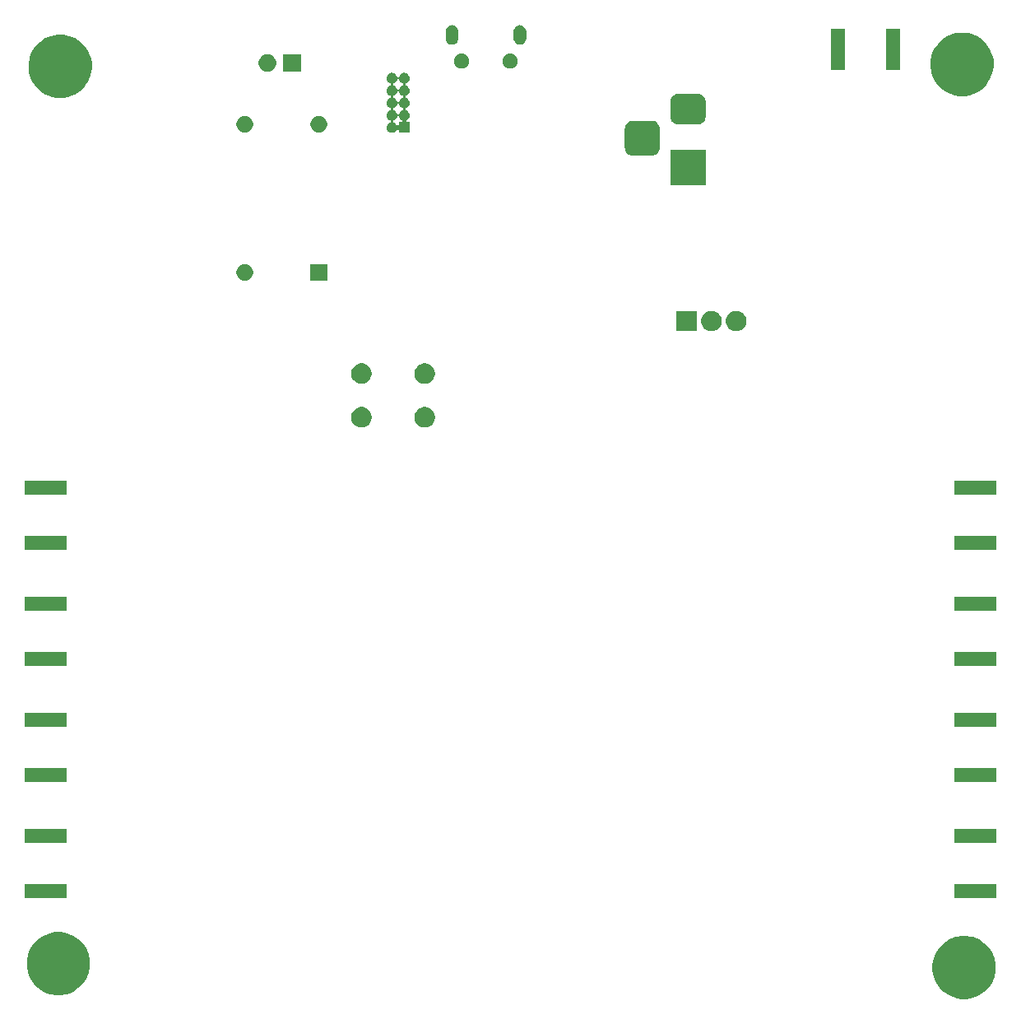
<source format=gbr>
G04 #@! TF.GenerationSoftware,KiCad,Pcbnew,5.1.5+dfsg1-2build2*
G04 #@! TF.CreationDate,2021-02-28T13:03:34-05:00*
G04 #@! TF.ProjectId,gpsdo,67707364-6f2e-46b6-9963-61645f706362,rev?*
G04 #@! TF.SameCoordinates,Original*
G04 #@! TF.FileFunction,Soldermask,Bot*
G04 #@! TF.FilePolarity,Negative*
%FSLAX46Y46*%
G04 Gerber Fmt 4.6, Leading zero omitted, Abs format (unit mm)*
G04 Created by KiCad (PCBNEW 5.1.5+dfsg1-2build2) date 2021-02-28 13:03:34*
%MOMM*%
%LPD*%
G04 APERTURE LIST*
%ADD10C,0.100000*%
G04 APERTURE END LIST*
D10*
G36*
X97234239Y-93311467D02*
G01*
X97548282Y-93373934D01*
X98139926Y-93619001D01*
X98672392Y-93974784D01*
X99125216Y-94427608D01*
X99480999Y-94960074D01*
X99726066Y-95551718D01*
X99851000Y-96179804D01*
X99851000Y-96820196D01*
X99726066Y-97448282D01*
X99480999Y-98039926D01*
X99125216Y-98572392D01*
X98672392Y-99025216D01*
X98139926Y-99380999D01*
X97548282Y-99626066D01*
X97234239Y-99688533D01*
X96920197Y-99751000D01*
X96279803Y-99751000D01*
X95965761Y-99688533D01*
X95651718Y-99626066D01*
X95060074Y-99380999D01*
X94527608Y-99025216D01*
X94074784Y-98572392D01*
X93719001Y-98039926D01*
X93473934Y-97448282D01*
X93349000Y-96820196D01*
X93349000Y-96179804D01*
X93473934Y-95551718D01*
X93719001Y-94960074D01*
X94074784Y-94427608D01*
X94527608Y-93974784D01*
X95060074Y-93619001D01*
X95651718Y-93373934D01*
X95965761Y-93311467D01*
X96279803Y-93249000D01*
X96920197Y-93249000D01*
X97234239Y-93311467D01*
G37*
G36*
X4034239Y-92911467D02*
G01*
X4348282Y-92973934D01*
X4939926Y-93219001D01*
X5472392Y-93574784D01*
X5925216Y-94027608D01*
X6280999Y-94560074D01*
X6526066Y-95151718D01*
X6651000Y-95779804D01*
X6651000Y-96420196D01*
X6526066Y-97048282D01*
X6280999Y-97639926D01*
X5925216Y-98172392D01*
X5472392Y-98625216D01*
X4939926Y-98980999D01*
X4348282Y-99226066D01*
X4034239Y-99288533D01*
X3720197Y-99351000D01*
X3079803Y-99351000D01*
X2765761Y-99288533D01*
X2451718Y-99226066D01*
X1860074Y-98980999D01*
X1327608Y-98625216D01*
X874784Y-98172392D01*
X519001Y-97639926D01*
X273934Y-97048282D01*
X149000Y-96420196D01*
X149000Y-95779804D01*
X273934Y-95151718D01*
X519001Y-94560074D01*
X874784Y-94027608D01*
X1327608Y-93574784D01*
X1860074Y-93219001D01*
X2451718Y-92973934D01*
X2765761Y-92911467D01*
X3079803Y-92849000D01*
X3720197Y-92849000D01*
X4034239Y-92911467D01*
G37*
G36*
X4251000Y-89351000D02*
G01*
X-51000Y-89351000D01*
X-51000Y-87899000D01*
X4251000Y-87899000D01*
X4251000Y-89351000D01*
G37*
G36*
X99951000Y-89351000D02*
G01*
X95649000Y-89351000D01*
X95649000Y-87899000D01*
X99951000Y-87899000D01*
X99951000Y-89351000D01*
G37*
G36*
X4251000Y-83701000D02*
G01*
X-51000Y-83701000D01*
X-51000Y-82249000D01*
X4251000Y-82249000D01*
X4251000Y-83701000D01*
G37*
G36*
X99951000Y-83701000D02*
G01*
X95649000Y-83701000D01*
X95649000Y-82249000D01*
X99951000Y-82249000D01*
X99951000Y-83701000D01*
G37*
G36*
X4251000Y-77417666D02*
G01*
X-51000Y-77417666D01*
X-51000Y-75965666D01*
X4251000Y-75965666D01*
X4251000Y-77417666D01*
G37*
G36*
X99951000Y-77417666D02*
G01*
X95649000Y-77417666D01*
X95649000Y-75965666D01*
X99951000Y-75965666D01*
X99951000Y-77417666D01*
G37*
G36*
X99951000Y-71767666D02*
G01*
X95649000Y-71767666D01*
X95649000Y-70315666D01*
X99951000Y-70315666D01*
X99951000Y-71767666D01*
G37*
G36*
X4251000Y-71767666D02*
G01*
X-51000Y-71767666D01*
X-51000Y-70315666D01*
X4251000Y-70315666D01*
X4251000Y-71767666D01*
G37*
G36*
X99951000Y-65484333D02*
G01*
X95649000Y-65484333D01*
X95649000Y-64032333D01*
X99951000Y-64032333D01*
X99951000Y-65484333D01*
G37*
G36*
X4251000Y-65484333D02*
G01*
X-51000Y-65484333D01*
X-51000Y-64032333D01*
X4251000Y-64032333D01*
X4251000Y-65484333D01*
G37*
G36*
X4251000Y-59834333D02*
G01*
X-51000Y-59834333D01*
X-51000Y-58382333D01*
X4251000Y-58382333D01*
X4251000Y-59834333D01*
G37*
G36*
X99951000Y-59834333D02*
G01*
X95649000Y-59834333D01*
X95649000Y-58382333D01*
X99951000Y-58382333D01*
X99951000Y-59834333D01*
G37*
G36*
X4251000Y-53551000D02*
G01*
X-51000Y-53551000D01*
X-51000Y-52099000D01*
X4251000Y-52099000D01*
X4251000Y-53551000D01*
G37*
G36*
X99951000Y-53551000D02*
G01*
X95649000Y-53551000D01*
X95649000Y-52099000D01*
X99951000Y-52099000D01*
X99951000Y-53551000D01*
G37*
G36*
X99951000Y-47901000D02*
G01*
X95649000Y-47901000D01*
X95649000Y-46449000D01*
X99951000Y-46449000D01*
X99951000Y-47901000D01*
G37*
G36*
X4251000Y-47901000D02*
G01*
X-51000Y-47901000D01*
X-51000Y-46449000D01*
X4251000Y-46449000D01*
X4251000Y-47901000D01*
G37*
G36*
X34906564Y-38889389D02*
G01*
X35097833Y-38968615D01*
X35097835Y-38968616D01*
X35269973Y-39083635D01*
X35416365Y-39230027D01*
X35531385Y-39402167D01*
X35610611Y-39593436D01*
X35651000Y-39796484D01*
X35651000Y-40003516D01*
X35610611Y-40206564D01*
X35531385Y-40397833D01*
X35531384Y-40397835D01*
X35416365Y-40569973D01*
X35269973Y-40716365D01*
X35097835Y-40831384D01*
X35097834Y-40831385D01*
X35097833Y-40831385D01*
X34906564Y-40910611D01*
X34703516Y-40951000D01*
X34496484Y-40951000D01*
X34293436Y-40910611D01*
X34102167Y-40831385D01*
X34102166Y-40831385D01*
X34102165Y-40831384D01*
X33930027Y-40716365D01*
X33783635Y-40569973D01*
X33668616Y-40397835D01*
X33668615Y-40397833D01*
X33589389Y-40206564D01*
X33549000Y-40003516D01*
X33549000Y-39796484D01*
X33589389Y-39593436D01*
X33668615Y-39402167D01*
X33783635Y-39230027D01*
X33930027Y-39083635D01*
X34102165Y-38968616D01*
X34102167Y-38968615D01*
X34293436Y-38889389D01*
X34496484Y-38849000D01*
X34703516Y-38849000D01*
X34906564Y-38889389D01*
G37*
G36*
X41406564Y-38889389D02*
G01*
X41597833Y-38968615D01*
X41597835Y-38968616D01*
X41769973Y-39083635D01*
X41916365Y-39230027D01*
X42031385Y-39402167D01*
X42110611Y-39593436D01*
X42151000Y-39796484D01*
X42151000Y-40003516D01*
X42110611Y-40206564D01*
X42031385Y-40397833D01*
X42031384Y-40397835D01*
X41916365Y-40569973D01*
X41769973Y-40716365D01*
X41597835Y-40831384D01*
X41597834Y-40831385D01*
X41597833Y-40831385D01*
X41406564Y-40910611D01*
X41203516Y-40951000D01*
X40996484Y-40951000D01*
X40793436Y-40910611D01*
X40602167Y-40831385D01*
X40602166Y-40831385D01*
X40602165Y-40831384D01*
X40430027Y-40716365D01*
X40283635Y-40569973D01*
X40168616Y-40397835D01*
X40168615Y-40397833D01*
X40089389Y-40206564D01*
X40049000Y-40003516D01*
X40049000Y-39796484D01*
X40089389Y-39593436D01*
X40168615Y-39402167D01*
X40283635Y-39230027D01*
X40430027Y-39083635D01*
X40602165Y-38968616D01*
X40602167Y-38968615D01*
X40793436Y-38889389D01*
X40996484Y-38849000D01*
X41203516Y-38849000D01*
X41406564Y-38889389D01*
G37*
G36*
X41406564Y-34389389D02*
G01*
X41597833Y-34468615D01*
X41597835Y-34468616D01*
X41769973Y-34583635D01*
X41916365Y-34730027D01*
X42031385Y-34902167D01*
X42110611Y-35093436D01*
X42151000Y-35296484D01*
X42151000Y-35503516D01*
X42110611Y-35706564D01*
X42031385Y-35897833D01*
X42031384Y-35897835D01*
X41916365Y-36069973D01*
X41769973Y-36216365D01*
X41597835Y-36331384D01*
X41597834Y-36331385D01*
X41597833Y-36331385D01*
X41406564Y-36410611D01*
X41203516Y-36451000D01*
X40996484Y-36451000D01*
X40793436Y-36410611D01*
X40602167Y-36331385D01*
X40602166Y-36331385D01*
X40602165Y-36331384D01*
X40430027Y-36216365D01*
X40283635Y-36069973D01*
X40168616Y-35897835D01*
X40168615Y-35897833D01*
X40089389Y-35706564D01*
X40049000Y-35503516D01*
X40049000Y-35296484D01*
X40089389Y-35093436D01*
X40168615Y-34902167D01*
X40283635Y-34730027D01*
X40430027Y-34583635D01*
X40602165Y-34468616D01*
X40602167Y-34468615D01*
X40793436Y-34389389D01*
X40996484Y-34349000D01*
X41203516Y-34349000D01*
X41406564Y-34389389D01*
G37*
G36*
X34906564Y-34389389D02*
G01*
X35097833Y-34468615D01*
X35097835Y-34468616D01*
X35269973Y-34583635D01*
X35416365Y-34730027D01*
X35531385Y-34902167D01*
X35610611Y-35093436D01*
X35651000Y-35296484D01*
X35651000Y-35503516D01*
X35610611Y-35706564D01*
X35531385Y-35897833D01*
X35531384Y-35897835D01*
X35416365Y-36069973D01*
X35269973Y-36216365D01*
X35097835Y-36331384D01*
X35097834Y-36331385D01*
X35097833Y-36331385D01*
X34906564Y-36410611D01*
X34703516Y-36451000D01*
X34496484Y-36451000D01*
X34293436Y-36410611D01*
X34102167Y-36331385D01*
X34102166Y-36331385D01*
X34102165Y-36331384D01*
X33930027Y-36216365D01*
X33783635Y-36069973D01*
X33668616Y-35897835D01*
X33668615Y-35897833D01*
X33589389Y-35706564D01*
X33549000Y-35503516D01*
X33549000Y-35296484D01*
X33589389Y-35093436D01*
X33668615Y-34902167D01*
X33783635Y-34730027D01*
X33930027Y-34583635D01*
X34102165Y-34468616D01*
X34102167Y-34468615D01*
X34293436Y-34389389D01*
X34496484Y-34349000D01*
X34703516Y-34349000D01*
X34906564Y-34389389D01*
G37*
G36*
X69111000Y-31051000D02*
G01*
X67009000Y-31051000D01*
X67009000Y-28949000D01*
X69111000Y-28949000D01*
X69111000Y-31051000D01*
G37*
G36*
X70906564Y-28989389D02*
G01*
X71097833Y-29068615D01*
X71097835Y-29068616D01*
X71269973Y-29183635D01*
X71416365Y-29330027D01*
X71531385Y-29502167D01*
X71610611Y-29693436D01*
X71651000Y-29896484D01*
X71651000Y-30103516D01*
X71610611Y-30306564D01*
X71531385Y-30497833D01*
X71531384Y-30497835D01*
X71416365Y-30669973D01*
X71269973Y-30816365D01*
X71097835Y-30931384D01*
X71097834Y-30931385D01*
X71097833Y-30931385D01*
X70906564Y-31010611D01*
X70703516Y-31051000D01*
X70496484Y-31051000D01*
X70293436Y-31010611D01*
X70102167Y-30931385D01*
X70102166Y-30931385D01*
X70102165Y-30931384D01*
X69930027Y-30816365D01*
X69783635Y-30669973D01*
X69668616Y-30497835D01*
X69668615Y-30497833D01*
X69589389Y-30306564D01*
X69549000Y-30103516D01*
X69549000Y-29896484D01*
X69589389Y-29693436D01*
X69668615Y-29502167D01*
X69783635Y-29330027D01*
X69930027Y-29183635D01*
X70102165Y-29068616D01*
X70102167Y-29068615D01*
X70293436Y-28989389D01*
X70496484Y-28949000D01*
X70703516Y-28949000D01*
X70906564Y-28989389D01*
G37*
G36*
X73446564Y-28989389D02*
G01*
X73637833Y-29068615D01*
X73637835Y-29068616D01*
X73809973Y-29183635D01*
X73956365Y-29330027D01*
X74071385Y-29502167D01*
X74150611Y-29693436D01*
X74191000Y-29896484D01*
X74191000Y-30103516D01*
X74150611Y-30306564D01*
X74071385Y-30497833D01*
X74071384Y-30497835D01*
X73956365Y-30669973D01*
X73809973Y-30816365D01*
X73637835Y-30931384D01*
X73637834Y-30931385D01*
X73637833Y-30931385D01*
X73446564Y-31010611D01*
X73243516Y-31051000D01*
X73036484Y-31051000D01*
X72833436Y-31010611D01*
X72642167Y-30931385D01*
X72642166Y-30931385D01*
X72642165Y-30931384D01*
X72470027Y-30816365D01*
X72323635Y-30669973D01*
X72208616Y-30497835D01*
X72208615Y-30497833D01*
X72129389Y-30306564D01*
X72089000Y-30103516D01*
X72089000Y-29896484D01*
X72129389Y-29693436D01*
X72208615Y-29502167D01*
X72323635Y-29330027D01*
X72470027Y-29183635D01*
X72642165Y-29068616D01*
X72642167Y-29068615D01*
X72833436Y-28989389D01*
X73036484Y-28949000D01*
X73243516Y-28949000D01*
X73446564Y-28989389D01*
G37*
G36*
X22828228Y-24181703D02*
G01*
X22983100Y-24245853D01*
X23122481Y-24338985D01*
X23241015Y-24457519D01*
X23334147Y-24596900D01*
X23398297Y-24751772D01*
X23431000Y-24916184D01*
X23431000Y-25083816D01*
X23398297Y-25248228D01*
X23334147Y-25403100D01*
X23241015Y-25542481D01*
X23122481Y-25661015D01*
X22983100Y-25754147D01*
X22828228Y-25818297D01*
X22663816Y-25851000D01*
X22496184Y-25851000D01*
X22331772Y-25818297D01*
X22176900Y-25754147D01*
X22037519Y-25661015D01*
X21918985Y-25542481D01*
X21825853Y-25403100D01*
X21761703Y-25248228D01*
X21729000Y-25083816D01*
X21729000Y-24916184D01*
X21761703Y-24751772D01*
X21825853Y-24596900D01*
X21918985Y-24457519D01*
X22037519Y-24338985D01*
X22176900Y-24245853D01*
X22331772Y-24181703D01*
X22496184Y-24149000D01*
X22663816Y-24149000D01*
X22828228Y-24181703D01*
G37*
G36*
X31051000Y-25851000D02*
G01*
X29349000Y-25851000D01*
X29349000Y-24149000D01*
X31051000Y-24149000D01*
X31051000Y-25851000D01*
G37*
G36*
X70001000Y-16001000D02*
G01*
X66399000Y-16001000D01*
X66399000Y-12399000D01*
X70001000Y-12399000D01*
X70001000Y-16001000D01*
G37*
G36*
X64626366Y-9415695D02*
G01*
X64783460Y-9463349D01*
X64928231Y-9540731D01*
X65055128Y-9644872D01*
X65159269Y-9771769D01*
X65236651Y-9916540D01*
X65284305Y-10073634D01*
X65301000Y-10243140D01*
X65301000Y-12156860D01*
X65284305Y-12326366D01*
X65236651Y-12483460D01*
X65159269Y-12628231D01*
X65055128Y-12755128D01*
X64928231Y-12859269D01*
X64783460Y-12936651D01*
X64626366Y-12984305D01*
X64456860Y-13001000D01*
X62543140Y-13001000D01*
X62373634Y-12984305D01*
X62216540Y-12936651D01*
X62071769Y-12859269D01*
X61944872Y-12755128D01*
X61840731Y-12628231D01*
X61763349Y-12483460D01*
X61715695Y-12326366D01*
X61699000Y-12156860D01*
X61699000Y-10243140D01*
X61715695Y-10073634D01*
X61763349Y-9916540D01*
X61840731Y-9771769D01*
X61944872Y-9644872D01*
X62071769Y-9540731D01*
X62216540Y-9463349D01*
X62373634Y-9415695D01*
X62543140Y-9399000D01*
X64456860Y-9399000D01*
X64626366Y-9415695D01*
G37*
G36*
X37890721Y-4490174D02*
G01*
X37990995Y-4531709D01*
X38015798Y-4548282D01*
X38081242Y-4592010D01*
X38157990Y-4668758D01*
X38157991Y-4668760D01*
X38218291Y-4759005D01*
X38249516Y-4834389D01*
X38261067Y-4856000D01*
X38276612Y-4874941D01*
X38295554Y-4890487D01*
X38317165Y-4902038D01*
X38340614Y-4909151D01*
X38365000Y-4911553D01*
X38389386Y-4909151D01*
X38412835Y-4902038D01*
X38434446Y-4890487D01*
X38453387Y-4874942D01*
X38468933Y-4856000D01*
X38480484Y-4834389D01*
X38511709Y-4759005D01*
X38572009Y-4668760D01*
X38572010Y-4668758D01*
X38648758Y-4592010D01*
X38714202Y-4548282D01*
X38739005Y-4531709D01*
X38839279Y-4490174D01*
X38945730Y-4469000D01*
X39054270Y-4469000D01*
X39160721Y-4490174D01*
X39260995Y-4531709D01*
X39285798Y-4548282D01*
X39351242Y-4592010D01*
X39427990Y-4668758D01*
X39427991Y-4668760D01*
X39488291Y-4759005D01*
X39529826Y-4859279D01*
X39551000Y-4965730D01*
X39551000Y-5074270D01*
X39529826Y-5180721D01*
X39488291Y-5280995D01*
X39488290Y-5280996D01*
X39427990Y-5371242D01*
X39351242Y-5447990D01*
X39305812Y-5478345D01*
X39260995Y-5508291D01*
X39185611Y-5539516D01*
X39164000Y-5551067D01*
X39145059Y-5566612D01*
X39129513Y-5585554D01*
X39117962Y-5607165D01*
X39110849Y-5630614D01*
X39108447Y-5655000D01*
X39110849Y-5679386D01*
X39117962Y-5702835D01*
X39129513Y-5724446D01*
X39145058Y-5743387D01*
X39164000Y-5758933D01*
X39185611Y-5770484D01*
X39260995Y-5801709D01*
X39260996Y-5801710D01*
X39351242Y-5862010D01*
X39427990Y-5938758D01*
X39427991Y-5938760D01*
X39488291Y-6029005D01*
X39529826Y-6129279D01*
X39551000Y-6235730D01*
X39551000Y-6344270D01*
X39529826Y-6450721D01*
X39488291Y-6550995D01*
X39488290Y-6550996D01*
X39427990Y-6641242D01*
X39351242Y-6717990D01*
X39339155Y-6726066D01*
X39260995Y-6778291D01*
X39185611Y-6809516D01*
X39164000Y-6821067D01*
X39145059Y-6836612D01*
X39129513Y-6855554D01*
X39117962Y-6877165D01*
X39110849Y-6900614D01*
X39108447Y-6925000D01*
X39110849Y-6949386D01*
X39117962Y-6972835D01*
X39129513Y-6994446D01*
X39145058Y-7013387D01*
X39164000Y-7028933D01*
X39185611Y-7040484D01*
X39260995Y-7071709D01*
X39260996Y-7071710D01*
X39351242Y-7132010D01*
X39427990Y-7208758D01*
X39427991Y-7208760D01*
X39488291Y-7299005D01*
X39529826Y-7399279D01*
X39551000Y-7505730D01*
X39551000Y-7614270D01*
X39529826Y-7720721D01*
X39488291Y-7820995D01*
X39488290Y-7820996D01*
X39427990Y-7911242D01*
X39351242Y-7987990D01*
X39305812Y-8018345D01*
X39260995Y-8048291D01*
X39185611Y-8079516D01*
X39164000Y-8091067D01*
X39145059Y-8106612D01*
X39129513Y-8125554D01*
X39117962Y-8147165D01*
X39110849Y-8170614D01*
X39108447Y-8195000D01*
X39110849Y-8219386D01*
X39117962Y-8242835D01*
X39129513Y-8264446D01*
X39145058Y-8283387D01*
X39164000Y-8298933D01*
X39185611Y-8310484D01*
X39260995Y-8341709D01*
X39260996Y-8341710D01*
X39351242Y-8402010D01*
X39427990Y-8478758D01*
X39427991Y-8478760D01*
X39488291Y-8569005D01*
X39529826Y-8669279D01*
X39551000Y-8775730D01*
X39551000Y-8884270D01*
X39529826Y-8990721D01*
X39488291Y-9090995D01*
X39488290Y-9090996D01*
X39427990Y-9181242D01*
X39351242Y-9257990D01*
X39329869Y-9272271D01*
X39258336Y-9320068D01*
X39239394Y-9335614D01*
X39223849Y-9354556D01*
X39212298Y-9376167D01*
X39205185Y-9399615D01*
X39202783Y-9424002D01*
X39205185Y-9448388D01*
X39212298Y-9471837D01*
X39223849Y-9493447D01*
X39239395Y-9512389D01*
X39258337Y-9527934D01*
X39279948Y-9539485D01*
X39303396Y-9546598D01*
X39327782Y-9549000D01*
X39551000Y-9549000D01*
X39551000Y-10651000D01*
X38449000Y-10651000D01*
X38449000Y-10427782D01*
X38446598Y-10403396D01*
X38439485Y-10379947D01*
X38427934Y-10358336D01*
X38412389Y-10339394D01*
X38393447Y-10323849D01*
X38371836Y-10312298D01*
X38348387Y-10305185D01*
X38324001Y-10302783D01*
X38299615Y-10305185D01*
X38276166Y-10312298D01*
X38254555Y-10323849D01*
X38235613Y-10339394D01*
X38220068Y-10358336D01*
X38178988Y-10419816D01*
X38157990Y-10451242D01*
X38081242Y-10527990D01*
X38035812Y-10558345D01*
X37990995Y-10588291D01*
X37890721Y-10629826D01*
X37784270Y-10651000D01*
X37675730Y-10651000D01*
X37569279Y-10629826D01*
X37469005Y-10588291D01*
X37424188Y-10558345D01*
X37378758Y-10527990D01*
X37302010Y-10451242D01*
X37270041Y-10403396D01*
X37241709Y-10360995D01*
X37200174Y-10260721D01*
X37179000Y-10154270D01*
X37179000Y-10045730D01*
X37200174Y-9939279D01*
X37241709Y-9839005D01*
X37302009Y-9748760D01*
X37302010Y-9748758D01*
X37378758Y-9672010D01*
X37441128Y-9630336D01*
X37469005Y-9611709D01*
X37544389Y-9580484D01*
X37566000Y-9568933D01*
X37584941Y-9553388D01*
X37600487Y-9534446D01*
X37612038Y-9512835D01*
X37619151Y-9489386D01*
X37621553Y-9465000D01*
X37838447Y-9465000D01*
X37840849Y-9489386D01*
X37847962Y-9512835D01*
X37859513Y-9534446D01*
X37875058Y-9553387D01*
X37894000Y-9568933D01*
X37915611Y-9580484D01*
X37990995Y-9611709D01*
X38018872Y-9630336D01*
X38081242Y-9672010D01*
X38157990Y-9748758D01*
X38157991Y-9748760D01*
X38220068Y-9841664D01*
X38235614Y-9860606D01*
X38254556Y-9876151D01*
X38276167Y-9887702D01*
X38299615Y-9894815D01*
X38324002Y-9897217D01*
X38348388Y-9894815D01*
X38371837Y-9887702D01*
X38393447Y-9876151D01*
X38412389Y-9860605D01*
X38427934Y-9841663D01*
X38439485Y-9820052D01*
X38446598Y-9796604D01*
X38449000Y-9772218D01*
X38449000Y-9549000D01*
X38672218Y-9549000D01*
X38696604Y-9546598D01*
X38720053Y-9539485D01*
X38741664Y-9527934D01*
X38760606Y-9512389D01*
X38776151Y-9493447D01*
X38787702Y-9471836D01*
X38794815Y-9448387D01*
X38797217Y-9424001D01*
X38794815Y-9399615D01*
X38787702Y-9376166D01*
X38776151Y-9354555D01*
X38760606Y-9335613D01*
X38741664Y-9320068D01*
X38670131Y-9272271D01*
X38648758Y-9257990D01*
X38572010Y-9181242D01*
X38511710Y-9090996D01*
X38511709Y-9090995D01*
X38480484Y-9015611D01*
X38468933Y-8994000D01*
X38453388Y-8975059D01*
X38434446Y-8959513D01*
X38412835Y-8947962D01*
X38389386Y-8940849D01*
X38365000Y-8938447D01*
X38340614Y-8940849D01*
X38317165Y-8947962D01*
X38295554Y-8959513D01*
X38276613Y-8975058D01*
X38261067Y-8994000D01*
X38249516Y-9015611D01*
X38218291Y-9090995D01*
X38218290Y-9090996D01*
X38157990Y-9181242D01*
X38081242Y-9257990D01*
X38059869Y-9272271D01*
X37990995Y-9318291D01*
X37915611Y-9349516D01*
X37894000Y-9361067D01*
X37875059Y-9376612D01*
X37859513Y-9395554D01*
X37847962Y-9417165D01*
X37840849Y-9440614D01*
X37838447Y-9465000D01*
X37621553Y-9465000D01*
X37619151Y-9440614D01*
X37612038Y-9417165D01*
X37600487Y-9395554D01*
X37584942Y-9376613D01*
X37566000Y-9361067D01*
X37544389Y-9349516D01*
X37469005Y-9318291D01*
X37400131Y-9272271D01*
X37378758Y-9257990D01*
X37302010Y-9181242D01*
X37241710Y-9090996D01*
X37241709Y-9090995D01*
X37200174Y-8990721D01*
X37179000Y-8884270D01*
X37179000Y-8775730D01*
X37200174Y-8669279D01*
X37241709Y-8569005D01*
X37302009Y-8478760D01*
X37302010Y-8478758D01*
X37378758Y-8402010D01*
X37469004Y-8341710D01*
X37469005Y-8341709D01*
X37544389Y-8310484D01*
X37566000Y-8298933D01*
X37584941Y-8283388D01*
X37600487Y-8264446D01*
X37612038Y-8242835D01*
X37619151Y-8219386D01*
X37621553Y-8195000D01*
X37838447Y-8195000D01*
X37840849Y-8219386D01*
X37847962Y-8242835D01*
X37859513Y-8264446D01*
X37875058Y-8283387D01*
X37894000Y-8298933D01*
X37915611Y-8310484D01*
X37990995Y-8341709D01*
X37990996Y-8341710D01*
X38081242Y-8402010D01*
X38157990Y-8478758D01*
X38157991Y-8478760D01*
X38218291Y-8569005D01*
X38249516Y-8644389D01*
X38261067Y-8666000D01*
X38276612Y-8684941D01*
X38295554Y-8700487D01*
X38317165Y-8712038D01*
X38340614Y-8719151D01*
X38365000Y-8721553D01*
X38389386Y-8719151D01*
X38412835Y-8712038D01*
X38434446Y-8700487D01*
X38453387Y-8684942D01*
X38468933Y-8666000D01*
X38480484Y-8644389D01*
X38511709Y-8569005D01*
X38572009Y-8478760D01*
X38572010Y-8478758D01*
X38648758Y-8402010D01*
X38739004Y-8341710D01*
X38739005Y-8341709D01*
X38814389Y-8310484D01*
X38836000Y-8298933D01*
X38854941Y-8283388D01*
X38870487Y-8264446D01*
X38882038Y-8242835D01*
X38889151Y-8219386D01*
X38891553Y-8195000D01*
X38889151Y-8170614D01*
X38882038Y-8147165D01*
X38870487Y-8125554D01*
X38854942Y-8106613D01*
X38836000Y-8091067D01*
X38814389Y-8079516D01*
X38739005Y-8048291D01*
X38694188Y-8018345D01*
X38648758Y-7987990D01*
X38572010Y-7911242D01*
X38511710Y-7820996D01*
X38511709Y-7820995D01*
X38480484Y-7745611D01*
X38468933Y-7724000D01*
X38453388Y-7705059D01*
X38434446Y-7689513D01*
X38412835Y-7677962D01*
X38389386Y-7670849D01*
X38365000Y-7668447D01*
X38340614Y-7670849D01*
X38317165Y-7677962D01*
X38295554Y-7689513D01*
X38276613Y-7705058D01*
X38261067Y-7724000D01*
X38249516Y-7745611D01*
X38218291Y-7820995D01*
X38218290Y-7820996D01*
X38157990Y-7911242D01*
X38081242Y-7987990D01*
X38035812Y-8018345D01*
X37990995Y-8048291D01*
X37915611Y-8079516D01*
X37894000Y-8091067D01*
X37875059Y-8106612D01*
X37859513Y-8125554D01*
X37847962Y-8147165D01*
X37840849Y-8170614D01*
X37838447Y-8195000D01*
X37621553Y-8195000D01*
X37619151Y-8170614D01*
X37612038Y-8147165D01*
X37600487Y-8125554D01*
X37584942Y-8106613D01*
X37566000Y-8091067D01*
X37544389Y-8079516D01*
X37469005Y-8048291D01*
X37424188Y-8018345D01*
X37378758Y-7987990D01*
X37302010Y-7911242D01*
X37241710Y-7820996D01*
X37241709Y-7820995D01*
X37200174Y-7720721D01*
X37179000Y-7614270D01*
X37179000Y-7505730D01*
X37200174Y-7399279D01*
X37241709Y-7299005D01*
X37302009Y-7208760D01*
X37302010Y-7208758D01*
X37378758Y-7132010D01*
X37469004Y-7071710D01*
X37469005Y-7071709D01*
X37544389Y-7040484D01*
X37566000Y-7028933D01*
X37584941Y-7013388D01*
X37600487Y-6994446D01*
X37612038Y-6972835D01*
X37619151Y-6949386D01*
X37621553Y-6925000D01*
X37838447Y-6925000D01*
X37840849Y-6949386D01*
X37847962Y-6972835D01*
X37859513Y-6994446D01*
X37875058Y-7013387D01*
X37894000Y-7028933D01*
X37915611Y-7040484D01*
X37990995Y-7071709D01*
X37990996Y-7071710D01*
X38081242Y-7132010D01*
X38157990Y-7208758D01*
X38157991Y-7208760D01*
X38218291Y-7299005D01*
X38249516Y-7374389D01*
X38261067Y-7396000D01*
X38276612Y-7414941D01*
X38295554Y-7430487D01*
X38317165Y-7442038D01*
X38340614Y-7449151D01*
X38365000Y-7451553D01*
X38389386Y-7449151D01*
X38412835Y-7442038D01*
X38434446Y-7430487D01*
X38453387Y-7414942D01*
X38468933Y-7396000D01*
X38480484Y-7374389D01*
X38511709Y-7299005D01*
X38572009Y-7208760D01*
X38572010Y-7208758D01*
X38648758Y-7132010D01*
X38739004Y-7071710D01*
X38739005Y-7071709D01*
X38814389Y-7040484D01*
X38836000Y-7028933D01*
X38854941Y-7013388D01*
X38870487Y-6994446D01*
X38882038Y-6972835D01*
X38889151Y-6949386D01*
X38891553Y-6925000D01*
X38889151Y-6900614D01*
X38882038Y-6877165D01*
X38870487Y-6855554D01*
X38854942Y-6836613D01*
X38836000Y-6821067D01*
X38814389Y-6809516D01*
X38739005Y-6778291D01*
X38660845Y-6726066D01*
X38648758Y-6717990D01*
X38572010Y-6641242D01*
X38511710Y-6550996D01*
X38511709Y-6550995D01*
X38480484Y-6475611D01*
X38468933Y-6454000D01*
X38453388Y-6435059D01*
X38434446Y-6419513D01*
X38412835Y-6407962D01*
X38389386Y-6400849D01*
X38365000Y-6398447D01*
X38340614Y-6400849D01*
X38317165Y-6407962D01*
X38295554Y-6419513D01*
X38276613Y-6435058D01*
X38261067Y-6454000D01*
X38249516Y-6475611D01*
X38218291Y-6550995D01*
X38218290Y-6550996D01*
X38157990Y-6641242D01*
X38081242Y-6717990D01*
X38069155Y-6726066D01*
X37990995Y-6778291D01*
X37915611Y-6809516D01*
X37894000Y-6821067D01*
X37875059Y-6836612D01*
X37859513Y-6855554D01*
X37847962Y-6877165D01*
X37840849Y-6900614D01*
X37838447Y-6925000D01*
X37621553Y-6925000D01*
X37619151Y-6900614D01*
X37612038Y-6877165D01*
X37600487Y-6855554D01*
X37584942Y-6836613D01*
X37566000Y-6821067D01*
X37544389Y-6809516D01*
X37469005Y-6778291D01*
X37390845Y-6726066D01*
X37378758Y-6717990D01*
X37302010Y-6641242D01*
X37241710Y-6550996D01*
X37241709Y-6550995D01*
X37200174Y-6450721D01*
X37179000Y-6344270D01*
X37179000Y-6235730D01*
X37200174Y-6129279D01*
X37241709Y-6029005D01*
X37302009Y-5938760D01*
X37302010Y-5938758D01*
X37378758Y-5862010D01*
X37469004Y-5801710D01*
X37469005Y-5801709D01*
X37544389Y-5770484D01*
X37566000Y-5758933D01*
X37584941Y-5743388D01*
X37600487Y-5724446D01*
X37612038Y-5702835D01*
X37619151Y-5679386D01*
X37621553Y-5655000D01*
X37838447Y-5655000D01*
X37840849Y-5679386D01*
X37847962Y-5702835D01*
X37859513Y-5724446D01*
X37875058Y-5743387D01*
X37894000Y-5758933D01*
X37915611Y-5770484D01*
X37990995Y-5801709D01*
X37990996Y-5801710D01*
X38081242Y-5862010D01*
X38157990Y-5938758D01*
X38157991Y-5938760D01*
X38218291Y-6029005D01*
X38249516Y-6104389D01*
X38261067Y-6126000D01*
X38276612Y-6144941D01*
X38295554Y-6160487D01*
X38317165Y-6172038D01*
X38340614Y-6179151D01*
X38365000Y-6181553D01*
X38389386Y-6179151D01*
X38412835Y-6172038D01*
X38434446Y-6160487D01*
X38453387Y-6144942D01*
X38468933Y-6126000D01*
X38480484Y-6104389D01*
X38511709Y-6029005D01*
X38572009Y-5938760D01*
X38572010Y-5938758D01*
X38648758Y-5862010D01*
X38739004Y-5801710D01*
X38739005Y-5801709D01*
X38814389Y-5770484D01*
X38836000Y-5758933D01*
X38854941Y-5743388D01*
X38870487Y-5724446D01*
X38882038Y-5702835D01*
X38889151Y-5679386D01*
X38891553Y-5655000D01*
X38889151Y-5630614D01*
X38882038Y-5607165D01*
X38870487Y-5585554D01*
X38854942Y-5566613D01*
X38836000Y-5551067D01*
X38814389Y-5539516D01*
X38739005Y-5508291D01*
X38694188Y-5478345D01*
X38648758Y-5447990D01*
X38572010Y-5371242D01*
X38511710Y-5280996D01*
X38511709Y-5280995D01*
X38480484Y-5205611D01*
X38468933Y-5184000D01*
X38453388Y-5165059D01*
X38434446Y-5149513D01*
X38412835Y-5137962D01*
X38389386Y-5130849D01*
X38365000Y-5128447D01*
X38340614Y-5130849D01*
X38317165Y-5137962D01*
X38295554Y-5149513D01*
X38276613Y-5165058D01*
X38261067Y-5184000D01*
X38249516Y-5205611D01*
X38218291Y-5280995D01*
X38218290Y-5280996D01*
X38157990Y-5371242D01*
X38081242Y-5447990D01*
X38035812Y-5478345D01*
X37990995Y-5508291D01*
X37915611Y-5539516D01*
X37894000Y-5551067D01*
X37875059Y-5566612D01*
X37859513Y-5585554D01*
X37847962Y-5607165D01*
X37840849Y-5630614D01*
X37838447Y-5655000D01*
X37621553Y-5655000D01*
X37619151Y-5630614D01*
X37612038Y-5607165D01*
X37600487Y-5585554D01*
X37584942Y-5566613D01*
X37566000Y-5551067D01*
X37544389Y-5539516D01*
X37469005Y-5508291D01*
X37424188Y-5478345D01*
X37378758Y-5447990D01*
X37302010Y-5371242D01*
X37241710Y-5280996D01*
X37241709Y-5280995D01*
X37200174Y-5180721D01*
X37179000Y-5074270D01*
X37179000Y-4965730D01*
X37200174Y-4859279D01*
X37241709Y-4759005D01*
X37302009Y-4668760D01*
X37302010Y-4668758D01*
X37378758Y-4592010D01*
X37444202Y-4548282D01*
X37469005Y-4531709D01*
X37569279Y-4490174D01*
X37675730Y-4469000D01*
X37784270Y-4469000D01*
X37890721Y-4490174D01*
G37*
G36*
X30448228Y-8941703D02*
G01*
X30603100Y-9005853D01*
X30742481Y-9098985D01*
X30861015Y-9217519D01*
X30954147Y-9356900D01*
X31018297Y-9511772D01*
X31051000Y-9676184D01*
X31051000Y-9843816D01*
X31018297Y-10008228D01*
X30954147Y-10163100D01*
X30861015Y-10302481D01*
X30742481Y-10421015D01*
X30603100Y-10514147D01*
X30448228Y-10578297D01*
X30283816Y-10611000D01*
X30116184Y-10611000D01*
X29951772Y-10578297D01*
X29796900Y-10514147D01*
X29657519Y-10421015D01*
X29538985Y-10302481D01*
X29445853Y-10163100D01*
X29381703Y-10008228D01*
X29349000Y-9843816D01*
X29349000Y-9676184D01*
X29381703Y-9511772D01*
X29445853Y-9356900D01*
X29538985Y-9217519D01*
X29657519Y-9098985D01*
X29796900Y-9005853D01*
X29951772Y-8941703D01*
X30116184Y-8909000D01*
X30283816Y-8909000D01*
X30448228Y-8941703D01*
G37*
G36*
X22828228Y-8941703D02*
G01*
X22983100Y-9005853D01*
X23122481Y-9098985D01*
X23241015Y-9217519D01*
X23334147Y-9356900D01*
X23398297Y-9511772D01*
X23431000Y-9676184D01*
X23431000Y-9843816D01*
X23398297Y-10008228D01*
X23334147Y-10163100D01*
X23241015Y-10302481D01*
X23122481Y-10421015D01*
X22983100Y-10514147D01*
X22828228Y-10578297D01*
X22663816Y-10611000D01*
X22496184Y-10611000D01*
X22331772Y-10578297D01*
X22176900Y-10514147D01*
X22037519Y-10421015D01*
X21918985Y-10302481D01*
X21825853Y-10163100D01*
X21761703Y-10008228D01*
X21729000Y-9843816D01*
X21729000Y-9676184D01*
X21761703Y-9511772D01*
X21825853Y-9356900D01*
X21918985Y-9217519D01*
X22037519Y-9098985D01*
X22176900Y-9005853D01*
X22331772Y-8941703D01*
X22496184Y-8909000D01*
X22663816Y-8909000D01*
X22828228Y-8941703D01*
G37*
G36*
X69426979Y-6663293D02*
G01*
X69560625Y-6703834D01*
X69683784Y-6769664D01*
X69791740Y-6858260D01*
X69880336Y-6966216D01*
X69946166Y-7089375D01*
X69986707Y-7223021D01*
X70001000Y-7368140D01*
X70001000Y-9031860D01*
X69986707Y-9176979D01*
X69946166Y-9310625D01*
X69880336Y-9433784D01*
X69791740Y-9541740D01*
X69683784Y-9630336D01*
X69560625Y-9696166D01*
X69426979Y-9736707D01*
X69281860Y-9751000D01*
X67118140Y-9751000D01*
X66973021Y-9736707D01*
X66839375Y-9696166D01*
X66716216Y-9630336D01*
X66608260Y-9541740D01*
X66519664Y-9433784D01*
X66453834Y-9310625D01*
X66413293Y-9176979D01*
X66399000Y-9031860D01*
X66399000Y-7368140D01*
X66413293Y-7223021D01*
X66453834Y-7089375D01*
X66519664Y-6966216D01*
X66608260Y-6858260D01*
X66716216Y-6769664D01*
X66839375Y-6703834D01*
X66973021Y-6663293D01*
X67118140Y-6649000D01*
X69281860Y-6649000D01*
X69426979Y-6663293D01*
G37*
G36*
X4234239Y-611467D02*
G01*
X4548282Y-673934D01*
X5139926Y-919001D01*
X5672392Y-1274784D01*
X6125216Y-1727608D01*
X6480999Y-2260074D01*
X6726066Y-2851718D01*
X6762752Y-3036149D01*
X6851000Y-3479803D01*
X6851000Y-4120197D01*
X6809988Y-4326376D01*
X6726066Y-4748282D01*
X6480999Y-5339926D01*
X6211414Y-5743388D01*
X6125217Y-5872391D01*
X5672391Y-6325217D01*
X5643876Y-6344270D01*
X5139926Y-6680999D01*
X4548282Y-6926066D01*
X4431044Y-6949386D01*
X3920197Y-7051000D01*
X3279803Y-7051000D01*
X2768956Y-6949386D01*
X2651718Y-6926066D01*
X2060074Y-6680999D01*
X1556124Y-6344270D01*
X1527609Y-6325217D01*
X1074783Y-5872391D01*
X988586Y-5743388D01*
X719001Y-5339926D01*
X473934Y-4748282D01*
X390012Y-4326376D01*
X349000Y-4120197D01*
X349000Y-3479803D01*
X437248Y-3036149D01*
X473934Y-2851718D01*
X719001Y-2260074D01*
X1074784Y-1727608D01*
X1527608Y-1274784D01*
X2060074Y-919001D01*
X2651718Y-673934D01*
X2965761Y-611467D01*
X3279803Y-549000D01*
X3920197Y-549000D01*
X4234239Y-611467D01*
G37*
G36*
X97034239Y-411467D02*
G01*
X97348282Y-473934D01*
X97939926Y-719001D01*
X98366477Y-1004014D01*
X98472391Y-1074783D01*
X98925217Y-1527609D01*
X98995986Y-1633523D01*
X99280999Y-2060074D01*
X99526066Y-2651718D01*
X99547634Y-2760147D01*
X99651000Y-3279803D01*
X99651000Y-3920197D01*
X99603329Y-4159853D01*
X99526066Y-4548282D01*
X99280999Y-5139926D01*
X99034865Y-5508291D01*
X98925217Y-5672391D01*
X98472391Y-6125217D01*
X98402318Y-6172038D01*
X97939926Y-6480999D01*
X97348282Y-6726066D01*
X97129100Y-6769664D01*
X96720197Y-6851000D01*
X96079803Y-6851000D01*
X95670900Y-6769664D01*
X95451718Y-6726066D01*
X94860074Y-6480999D01*
X94397682Y-6172038D01*
X94327609Y-6125217D01*
X93874783Y-5672391D01*
X93765135Y-5508291D01*
X93519001Y-5139926D01*
X93273934Y-4548282D01*
X93196671Y-4159853D01*
X93149000Y-3920197D01*
X93149000Y-3279803D01*
X93252366Y-2760147D01*
X93273934Y-2651718D01*
X93519001Y-2060074D01*
X93804014Y-1633523D01*
X93874783Y-1527609D01*
X94327609Y-1074783D01*
X94433523Y-1004014D01*
X94860074Y-719001D01*
X95451718Y-473934D01*
X95765761Y-411467D01*
X96079803Y-349000D01*
X96720197Y-349000D01*
X97034239Y-411467D01*
G37*
G36*
X28351000Y-4361000D02*
G01*
X26549000Y-4361000D01*
X26549000Y-2559000D01*
X28351000Y-2559000D01*
X28351000Y-4361000D01*
G37*
G36*
X25023512Y-2563927D02*
G01*
X25172812Y-2593624D01*
X25336784Y-2661544D01*
X25484354Y-2760147D01*
X25609853Y-2885646D01*
X25708456Y-3033216D01*
X25776376Y-3197188D01*
X25811000Y-3371259D01*
X25811000Y-3548741D01*
X25776376Y-3722812D01*
X25708456Y-3886784D01*
X25609853Y-4034354D01*
X25484354Y-4159853D01*
X25336784Y-4258456D01*
X25172812Y-4326376D01*
X25023512Y-4356073D01*
X24998742Y-4361000D01*
X24821258Y-4361000D01*
X24796488Y-4356073D01*
X24647188Y-4326376D01*
X24483216Y-4258456D01*
X24335646Y-4159853D01*
X24210147Y-4034354D01*
X24111544Y-3886784D01*
X24043624Y-3722812D01*
X24009000Y-3548741D01*
X24009000Y-3371259D01*
X24043624Y-3197188D01*
X24111544Y-3033216D01*
X24210147Y-2885646D01*
X24335646Y-2760147D01*
X24483216Y-2661544D01*
X24647188Y-2593624D01*
X24796488Y-2563927D01*
X24821258Y-2559000D01*
X24998742Y-2559000D01*
X25023512Y-2563927D01*
G37*
G36*
X84381000Y-4211000D02*
G01*
X82929000Y-4211000D01*
X82929000Y91000D01*
X84381000Y91000D01*
X84381000Y-4211000D01*
G37*
G36*
X90031000Y-4211000D02*
G01*
X88579000Y-4211000D01*
X88579000Y91000D01*
X90031000Y91000D01*
X90031000Y-4211000D01*
G37*
G36*
X45126348Y-2516320D02*
G01*
X45126350Y-2516321D01*
X45126351Y-2516321D01*
X45267574Y-2574817D01*
X45267577Y-2574819D01*
X45394669Y-2659739D01*
X45502761Y-2767831D01*
X45558812Y-2851718D01*
X45587683Y-2894926D01*
X45644964Y-3033216D01*
X45646180Y-3036152D01*
X45676000Y-3186069D01*
X45676000Y-3338931D01*
X45669570Y-3371259D01*
X45646179Y-3488851D01*
X45587683Y-3630074D01*
X45587681Y-3630077D01*
X45502761Y-3757169D01*
X45394669Y-3865261D01*
X45312451Y-3920197D01*
X45267574Y-3950183D01*
X45126351Y-4008679D01*
X45126350Y-4008679D01*
X45126348Y-4008680D01*
X44976431Y-4038500D01*
X44823569Y-4038500D01*
X44673652Y-4008680D01*
X44673650Y-4008679D01*
X44673649Y-4008679D01*
X44532426Y-3950183D01*
X44487549Y-3920197D01*
X44405331Y-3865261D01*
X44297239Y-3757169D01*
X44212319Y-3630077D01*
X44212317Y-3630074D01*
X44153821Y-3488851D01*
X44130431Y-3371259D01*
X44124000Y-3338931D01*
X44124000Y-3186069D01*
X44153820Y-3036152D01*
X44155036Y-3033216D01*
X44212317Y-2894926D01*
X44241188Y-2851718D01*
X44297239Y-2767831D01*
X44405331Y-2659739D01*
X44532423Y-2574819D01*
X44532426Y-2574817D01*
X44673649Y-2516321D01*
X44673650Y-2516321D01*
X44673652Y-2516320D01*
X44823569Y-2486500D01*
X44976431Y-2486500D01*
X45126348Y-2516320D01*
G37*
G36*
X50126348Y-2516320D02*
G01*
X50126350Y-2516321D01*
X50126351Y-2516321D01*
X50267574Y-2574817D01*
X50267577Y-2574819D01*
X50394669Y-2659739D01*
X50502761Y-2767831D01*
X50558812Y-2851718D01*
X50587683Y-2894926D01*
X50644964Y-3033216D01*
X50646180Y-3036152D01*
X50676000Y-3186069D01*
X50676000Y-3338931D01*
X50669570Y-3371259D01*
X50646179Y-3488851D01*
X50587683Y-3630074D01*
X50587681Y-3630077D01*
X50502761Y-3757169D01*
X50394669Y-3865261D01*
X50312451Y-3920197D01*
X50267574Y-3950183D01*
X50126351Y-4008679D01*
X50126350Y-4008679D01*
X50126348Y-4008680D01*
X49976431Y-4038500D01*
X49823569Y-4038500D01*
X49673652Y-4008680D01*
X49673650Y-4008679D01*
X49673649Y-4008679D01*
X49532426Y-3950183D01*
X49487549Y-3920197D01*
X49405331Y-3865261D01*
X49297239Y-3757169D01*
X49212319Y-3630077D01*
X49212317Y-3630074D01*
X49153821Y-3488851D01*
X49130431Y-3371259D01*
X49124000Y-3338931D01*
X49124000Y-3186069D01*
X49153820Y-3036152D01*
X49155036Y-3033216D01*
X49212317Y-2894926D01*
X49241188Y-2851718D01*
X49297239Y-2767831D01*
X49405331Y-2659739D01*
X49532423Y-2574819D01*
X49532426Y-2574817D01*
X49673649Y-2516321D01*
X49673650Y-2516321D01*
X49673652Y-2516320D01*
X49823569Y-2486500D01*
X49976431Y-2486500D01*
X50126348Y-2516320D01*
G37*
G36*
X51027617Y429080D02*
G01*
X51118403Y401540D01*
X51150335Y391854D01*
X51263424Y331406D01*
X51362554Y250053D01*
X51443906Y150925D01*
X51504354Y37836D01*
X51514040Y5904D01*
X51541580Y-84882D01*
X51551000Y-180527D01*
X51551000Y-944473D01*
X51541580Y-1040118D01*
X51531064Y-1074783D01*
X51504354Y-1162836D01*
X51443906Y-1275925D01*
X51362554Y-1375054D01*
X51263425Y-1456406D01*
X51150336Y-1516854D01*
X51118404Y-1526540D01*
X51027618Y-1554080D01*
X50900000Y-1566649D01*
X50772383Y-1554080D01*
X50681597Y-1526540D01*
X50649665Y-1516854D01*
X50536576Y-1456406D01*
X50437447Y-1375054D01*
X50356095Y-1275925D01*
X50295648Y-1162837D01*
X50295645Y-1162832D01*
X50258420Y-1040118D01*
X50249000Y-944473D01*
X50249000Y-180528D01*
X50258420Y-84883D01*
X50295645Y37831D01*
X50295646Y37835D01*
X50356094Y150924D01*
X50437447Y250054D01*
X50536575Y331406D01*
X50649664Y391854D01*
X50681596Y401540D01*
X50772382Y429080D01*
X50900000Y441649D01*
X51027617Y429080D01*
G37*
G36*
X44027618Y429080D02*
G01*
X44118404Y401540D01*
X44150336Y391854D01*
X44263425Y331406D01*
X44362554Y250054D01*
X44443906Y150925D01*
X44504354Y37836D01*
X44514040Y5904D01*
X44541580Y-84882D01*
X44551000Y-180527D01*
X44551000Y-944473D01*
X44541580Y-1040118D01*
X44531064Y-1074783D01*
X44504354Y-1162836D01*
X44443906Y-1275925D01*
X44362554Y-1375053D01*
X44263424Y-1456406D01*
X44150335Y-1516854D01*
X44118403Y-1526540D01*
X44027617Y-1554080D01*
X43900000Y-1566649D01*
X43772382Y-1554080D01*
X43681596Y-1526540D01*
X43649664Y-1516854D01*
X43536575Y-1456406D01*
X43437447Y-1375054D01*
X43356094Y-1275924D01*
X43295646Y-1162835D01*
X43285960Y-1130903D01*
X43258420Y-1040117D01*
X43249000Y-944472D01*
X43249000Y-180527D01*
X43258420Y-84882D01*
X43295645Y37832D01*
X43324064Y91000D01*
X43356095Y150925D01*
X43437447Y250054D01*
X43536576Y331406D01*
X43649665Y391854D01*
X43681597Y401540D01*
X43772383Y429080D01*
X43900000Y441649D01*
X44027618Y429080D01*
G37*
M02*

</source>
